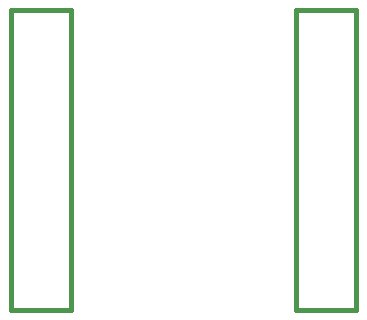
<source format=gbo>
G04 (created by PCBNEW-RS274X (2012-01-19 BZR 3256)-stable) date 20/09/2012 17:26:11*
G01*
G70*
G90*
%MOIN*%
G04 Gerber Fmt 3.4, Leading zero omitted, Abs format*
%FSLAX34Y34*%
G04 APERTURE LIST*
%ADD10C,0.006000*%
%ADD11C,0.015000*%
G04 APERTURE END LIST*
G54D10*
G54D11*
X84000Y-65000D02*
X84000Y-55000D01*
X86000Y-65000D02*
X86000Y-55000D01*
X84000Y-55000D02*
X86000Y-55000D01*
X86000Y-65000D02*
X84000Y-65000D01*
X93500Y-65000D02*
X93500Y-55000D01*
X95500Y-65000D02*
X95500Y-55000D01*
X93500Y-55000D02*
X95500Y-55000D01*
X95500Y-65000D02*
X93500Y-65000D01*
M02*

</source>
